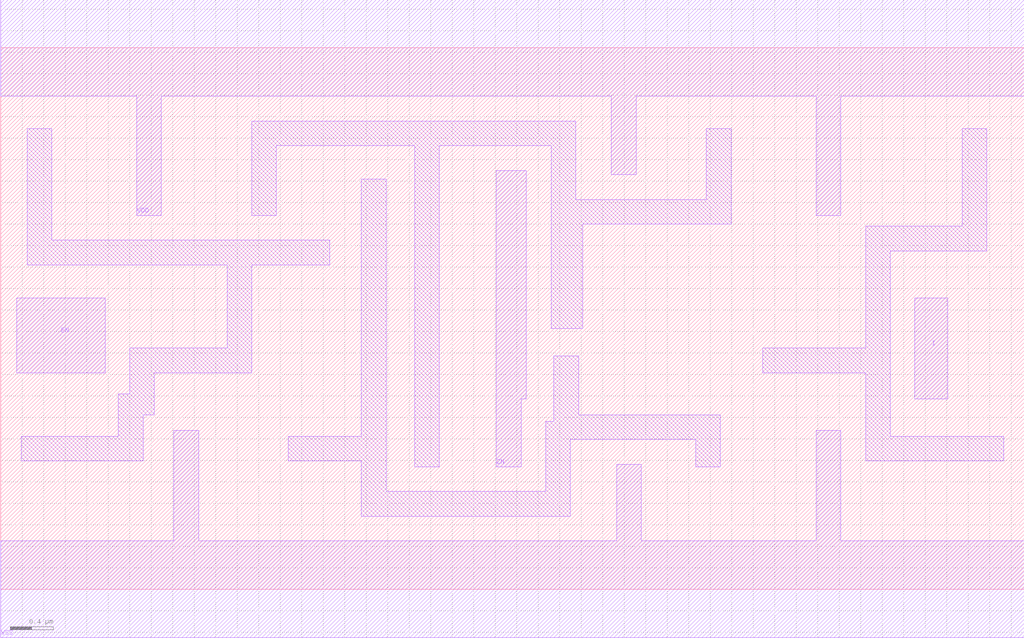
<source format=lef>
# Copyright 2022 GlobalFoundries PDK Authors
#
# Licensed under the Apache License, Version 2.0 (the "License");
# you may not use this file except in compliance with the License.
# You may obtain a copy of the License at
#
#      http://www.apache.org/licenses/LICENSE-2.0
#
# Unless required by applicable law or agreed to in writing, software
# distributed under the License is distributed on an "AS IS" BASIS,
# WITHOUT WARRANTIES OR CONDITIONS OF ANY KIND, either express or implied.
# See the License for the specific language governing permissions and
# limitations under the License.

MACRO gf180mcu_fd_sc_mcu9t5v0__invz_1
  CLASS core ;
  FOREIGN gf180mcu_fd_sc_mcu9t5v0__invz_1 0.0 0.0 ;
  ORIGIN 0 0 ;
  SYMMETRY X Y ;
  SITE GF018hv5v_green_sc9 ;
  SIZE 9.52 BY 5.04 ;
  PIN EN
    DIRECTION INPUT ;
    ANTENNAGATEAREA 1.698 ;
    PORT
      LAYER METAL1 ;
        POLYGON 0.15 2.015 0.97 2.015 0.97 2.71 0.15 2.71  ;
    END
  END EN
  PIN I
    DIRECTION INPUT ;
    ANTENNAGATEAREA 0.849 ;
    PORT
      LAYER METAL1 ;
        POLYGON 8.505 1.77 8.81 1.77 8.81 2.71 8.505 2.71  ;
    END
  END I
  PIN ZN
    DIRECTION OUTPUT ;
    ANTENNADIFFAREA 1.3728 ;
    PORT
      LAYER METAL1 ;
        POLYGON 4.61 1.14 4.84 1.14 4.84 1.77 4.89 1.77 4.89 3.9 4.61 3.9  ;
    END
  END ZN
  PIN VDD
    DIRECTION INOUT ;
    USE power ;
    SHAPE ABUTMENT ;
    PORT
      LAYER METAL1 ;
        POLYGON 0 4.59 1.265 4.59 1.265 3.48 1.495 3.48 1.495 4.59 5.68 4.59 5.68 3.86 5.91 3.86 5.91 4.59 6.795 4.59 7.585 4.59 7.585 3.48 7.815 3.48 7.815 4.59 9.33 4.59 9.52 4.59 9.52 5.49 9.33 5.49 6.795 5.49 0 5.49  ;
    END
  END VDD
  PIN VSS
    DIRECTION INOUT ;
    USE ground ;
    SHAPE ABUTMENT ;
    PORT
      LAYER METAL1 ;
        POLYGON 0 -0.45 9.52 -0.45 9.52 0.45 7.815 0.45 7.815 1.48 7.585 1.48 7.585 0.45 5.96 0.45 5.96 1.165 5.73 1.165 5.73 0.45 1.84 0.45 1.84 1.48 1.61 1.48 1.61 0.45 0 0.45  ;
    END
  END VSS
  OBS
      LAYER METAL1 ;
        POLYGON 0.245 3.02 2.105 3.02 2.105 2.245 1.2 2.245 1.2 1.82 1.095 1.82 1.095 1.425 0.19 1.425 0.19 1.195 1.325 1.195 1.325 1.625 1.43 1.625 1.43 2.015 2.335 2.015 2.335 3.02 3.06 3.02 3.06 3.25 0.475 3.25 0.475 4.29 0.245 4.29  ;
        POLYGON 2.675 1.195 3.355 1.195 3.355 0.68 5.3 0.68 5.3 1.395 6.465 1.395 6.465 1.14 6.695 1.14 6.695 1.625 5.375 1.625 5.375 2.17 5.145 2.17 5.145 1.565 5.07 1.565 5.07 0.91 3.585 0.91 3.585 3.82 3.355 3.82 3.355 1.425 2.675 1.425  ;
        POLYGON 2.335 3.48 2.565 3.48 2.565 4.13 3.85 4.13 3.85 1.14 4.08 1.14 4.08 4.13 5.12 4.13 5.12 2.43 5.415 2.43 5.415 3.4 6.795 3.4 6.795 4.29 6.565 4.29 6.565 3.63 5.35 3.63 5.35 4.36 2.335 4.36  ;
        POLYGON 7.09 2.015 8.045 2.015 8.045 1.195 9.33 1.195 9.33 1.425 8.275 1.425 8.275 3.15 9.175 3.15 9.175 4.29 8.945 4.29 8.945 3.38 8.045 3.38 8.045 2.245 7.09 2.245  ;
  END
END gf180mcu_fd_sc_mcu9t5v0__invz_1

</source>
